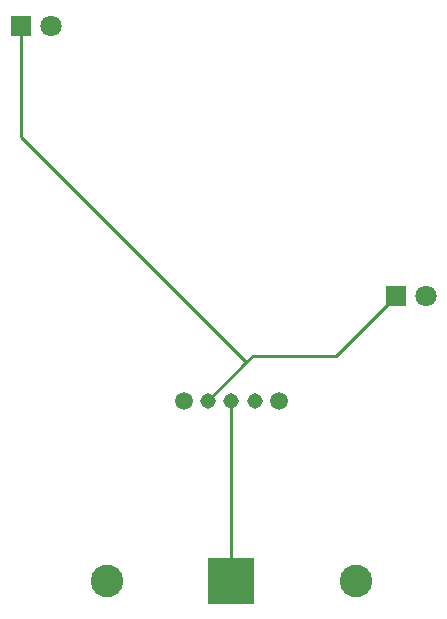
<source format=gbl>
G04 #@! TF.GenerationSoftware,KiCad,Pcbnew,5.1.0-unknown-r15133-23086dec*
G04 #@! TF.CreationDate,2019-03-17T23:05:35-07:00*
G04 #@! TF.ProjectId,PricklyPear,50726963-6b6c-4795-9065-61722e6b6963,rev?*
G04 #@! TF.SameCoordinates,Original*
G04 #@! TF.FileFunction,Copper,L2,Bot*
G04 #@! TF.FilePolarity,Positive*
%FSLAX46Y46*%
G04 Gerber Fmt 4.6, Leading zero omitted, Abs format (unit mm)*
G04 Created by KiCad (PCBNEW 5.1.0-unknown-r15133-23086dec) date 2019-03-17 23:05:35*
%MOMM*%
%LPD*%
G04 APERTURE LIST*
%ADD10R,4.000000X4.000000*%
%ADD11C,2.762000*%
%ADD12R,1.800000X1.800000*%
%ADD13C,1.800000*%
%ADD14C,1.508000*%
%ADD15C,1.308000*%
%ADD16C,0.250000*%
G04 APERTURE END LIST*
D10*
X24892000Y18034000D03*
D11*
X35442000Y18034000D03*
X14342000Y18034000D03*
D12*
X7112000Y65024000D03*
D13*
X9652000Y65024000D03*
X41402000Y42164000D03*
D12*
X38862000Y42164000D03*
D14*
X20892000Y33274000D03*
X28892000Y33274000D03*
D15*
X22892000Y33274000D03*
X24892000Y33274000D03*
X26892000Y33274000D03*
D16*
X26702000Y37084000D02*
X33782000Y37084000D01*
X38862000Y42164000D02*
X33782000Y37084000D01*
X7112000Y55594000D02*
X26162000Y36544000D01*
X7112000Y65024000D02*
X7112000Y55594000D01*
X22892000Y33274000D02*
X26162000Y36544000D01*
X26162000Y36544000D02*
X26702000Y37084000D01*
X24892000Y33274000D02*
X24892000Y18034000D01*
M02*

</source>
